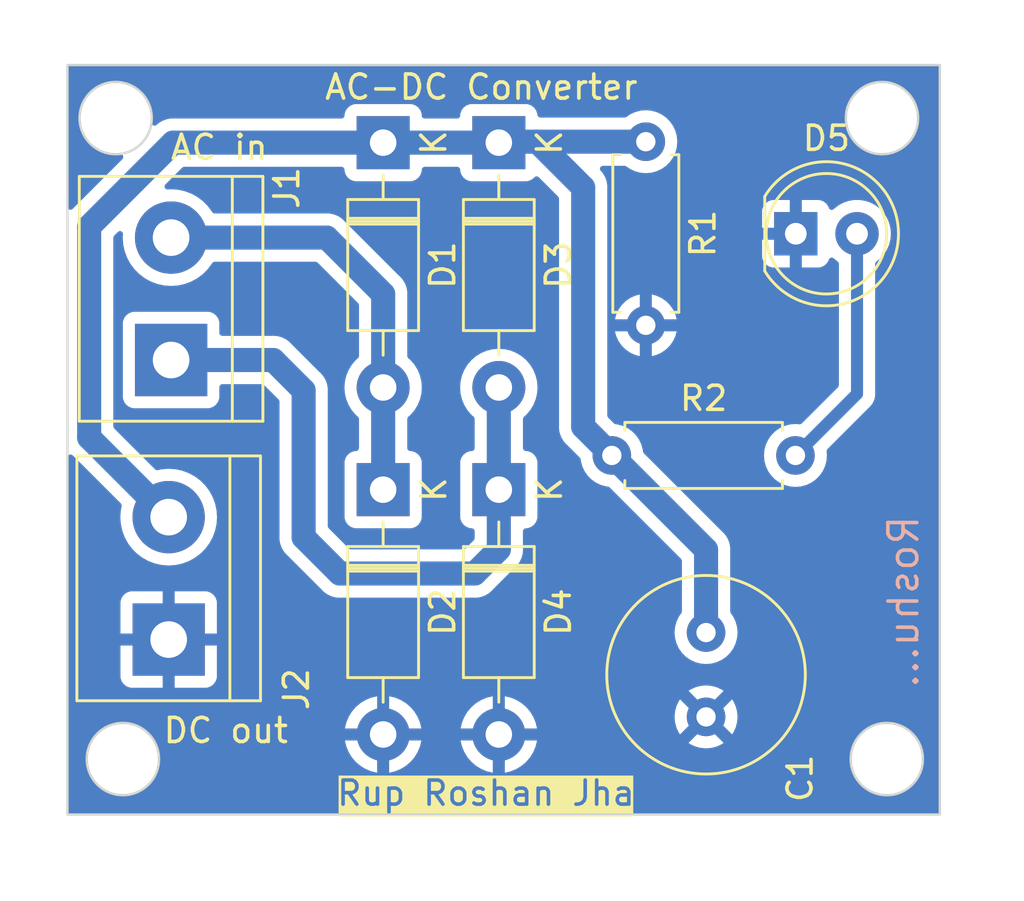
<source format=kicad_pcb>
(kicad_pcb (version 20241229) (generator "pcbnew") (generator_version "9.0")
  (layers (0 "F.Cu" signal) (2 "B.Cu" signal) (13 "F.Paste" user) (15 "B.Paste" user) (5 "F.SilkS" user "F.Silkscreen") (7 "B.SilkS" user "B.Silkscreen") (1 "F.Mask" user) (3 "B.Mask" user) (25 "Edge.Cuts" user))
  (net 0 "")
  (net 1 "/+VE")
  (net 2 "GND")
  (net 3 "Net-(D1-A)")
  (net 4 "Net-(D3-A)")
  (net 5 "Net-(D5-A)")
  (footprint "TerminalBlock:TerminalBlock_bornier-2_P5.08mm" (layer "F.Cu") (at 132.4 87.64 90)
    (property "Reference" "J1" (at 7.14 4.8 90) (layer "F.SilkS"))
    (property "Value" "Screw_Terminal_01x02")
    (fp_line (start 7.62 -3.81) (end -2.54 -3.81) (stroke (width 0.12)) (layer "F.SilkS"))
    (fp_line (start -2.54 -3.81) (end -2.54 3.81) (stroke (width 0.12)) (layer "F.SilkS"))
    (fp_line (start 7.62 2.54) (end -2.54 2.54) (stroke (width 0.12)) (layer "F.SilkS"))
    (fp_line (start 7.62 3.81) (end 7.62 -3.81) (stroke (width 0.12)) (layer "F.SilkS"))
    (fp_line (start -2.54 3.81) (end 7.62 3.81) (stroke (width 0.12)) (layer "F.SilkS"))
    (pad "1" thru_hole rect (at 0 0 90) (size 3 3) (drill 1.52) (layers "*.Cu" "*.Mask") (net 4 "Net-(D3-A)"))
    (pad "2" thru_hole circle (at 5.08 0 90) (size 3 3) (drill 1.52) (layers "*.Cu" "*.Mask") (net 3 "Net-(D1-A)"))
  )
  (footprint "Resistor_THT:R_Axial_DIN0207_L6.3mm_D2.5mm_P7.62mm_Horizontal" (layer "F.Cu") (at 152.1 78.58 -90)
    (property "Reference" "R1" (at 3.81 -2.37 90) (layer "F.SilkS"))
    (property "Value" "10K")
    (fp_line (start 0.54 1.37) (end 7.08 1.37) (stroke (width 0.12)) (layer "F.SilkS"))
    (fp_line (start 7.08 1.37) (end 7.08 1.04) (stroke (width 0.12)) (layer "F.SilkS"))
    (fp_line (start 0.54 1.04) (end 0.54 1.37) (stroke (width 0.12)) (layer "F.SilkS"))
    (fp_line (start 0.54 -1.04) (end 0.54 -1.37) (stroke (width 0.12)) (layer "F.SilkS"))
    (fp_line (start 0.54 -1.37) (end 7.08 -1.37) (stroke (width 0.12)) (layer "F.SilkS"))
    (fp_line (start 7.08 -1.37) (end 7.08 -1.04) (stroke (width 0.12)) (layer "F.SilkS"))
    (pad "1" thru_hole circle (at 0 0 270) (size 1.6 1.6) (drill 0.8) (layers "*.Cu" "*.Mask") (net 1 "/+VE"))
    (pad "2" thru_hole oval (at 7.62 0 270) (size 1.6 1.6) (drill 0.8) (layers "*.Cu" "*.Mask") (net 2 "GND"))
  )
  (footprint "Resistor_THT:R_Axial_DIN0207_L6.3mm_D2.5mm_P7.62mm_Horizontal" (layer "F.Cu") (at 150.69 91.6)
    (property "Reference" "R2" (at 3.81 -2.37 0) (layer "F.SilkS"))
    (property "Value" "2.2K")
    (fp_line (start 0.54 -1.37) (end 7.08 -1.37) (stroke (width 0.12)) (layer "F.SilkS"))
    (fp_line (start 0.54 -1.04) (end 0.54 -1.37) (stroke (width 0.12)) (layer "F.SilkS"))
    (fp_line (start 0.54 1.04) (end 0.54 1.37) (stroke (width 0.12)) (layer "F.SilkS"))
    (fp_line (start 0.54 1.37) (end 7.08 1.37) (stroke (width 0.12)) (layer "F.SilkS"))
    (fp_line (start 7.08 -1.37) (end 7.08 -1.04) (stroke (width 0.12)) (layer "F.SilkS"))
    (fp_line (start 7.08 1.37) (end 7.08 1.04) (stroke (width 0.12)) (layer "F.SilkS"))
    (pad "1" thru_hole circle (at 0 0) (size 1.6 1.6) (drill 0.8) (layers "*.Cu" "*.Mask") (net 1 "/+VE"))
    (pad "2" thru_hole oval (at 7.62 0) (size 1.6 1.6) (drill 0.8) (layers "*.Cu" "*.Mask") (net 5 "Net-(D5-A)"))
  )
  (footprint "LED_THT:LED_D5.0mm" (layer "F.Cu") (at 158.325 82.4)
    (property "Reference" "D5" (at 1.27 -3.96 0) (layer "F.SilkS"))
    (property "Value" "LED")
    (fp_line (start -1.29 -1.545) (end -1.29 1.545) (stroke (width 0.12)) (layer "F.SilkS"))
    (fp_arc (start -1.29 -1.54483) (mid 2.072002 -2.880433) (end 4.26 0.000462) (stroke (width 0.12)) (layer "F.SilkS"))
    (fp_arc (start 4.26 -0.000462) (mid 2.072002 2.880433) (end -1.29 1.54483) (stroke (width 0.12)) (layer "F.SilkS"))
    (fp_circle (center 1.27 0) (end 3.77 0) (stroke (width 0.12)) (fill no) (layer "F.SilkS"))
    (pad "1" thru_hole rect (at 0 0) (size 1.8 1.8) (drill 0.9) (layers "*.Cu" "*.Mask") (net 2 "GND"))
    (pad "2" thru_hole circle (at 2.54 0) (size 1.8 1.8) (drill 0.9) (layers "*.Cu" "*.Mask") (net 5 "Net-(D5-A)"))
  )
  (footprint "Diode_THT:D_DO-41_SOD81_P10.16mm_Horizontal" (layer "F.Cu") (at 146 93.02 -90)
    (property "Reference" "D4" (at 5.08 -2.47 90) (layer "F.SilkS"))
    (property "Value" "1N4007")
    (fp_line (start 2.36 1.47) (end 7.8 1.47) (stroke (width 0.12)) (layer "F.SilkS"))
    (fp_line (start 7.8 1.47) (end 7.8 -1.47) (stroke (width 0.12)) (layer "F.SilkS"))
    (fp_line (start 1.34 0) (end 2.36 0) (stroke (width 0.12)) (layer "F.SilkS"))
    (fp_line (start 8.82 0) (end 7.8 0) (stroke (width 0.12)) (layer "F.SilkS"))
    (fp_line (start 2.36 -1.47) (end 2.36 1.47) (stroke (width 0.12)) (layer "F.SilkS"))
    (fp_line (start 3.14 -1.47) (end 3.14 1.47) (stroke (width 0.12)) (layer "F.SilkS"))
    (fp_line (start 3.26 -1.47) (end 3.26 1.47) (stroke (width 0.12)) (layer "F.SilkS"))
    (fp_line (start 3.38 -1.47) (end 3.38 1.47) (stroke (width 0.12)) (layer "F.SilkS"))
    (fp_line (start 7.8 -1.47) (end 2.36 -1.47) (stroke (width 0.12)) (layer "F.SilkS"))
    (fp_text user "K" (at 0 -2.1 90) (layer "F.SilkS"))
    (pad "1" thru_hole rect (at 0 0 270) (size 2.2 2.2) (drill 1.1) (layers "*.Cu" "*.Mask") (net 4 "Net-(D3-A)"))
    (pad "2" thru_hole oval (at 10.16 0 270) (size 2.2 2.2) (drill 1.1) (layers "*.Cu" "*.Mask") (net 2 "GND"))
  )
  (footprint "Diode_THT:D_DO-41_SOD81_P10.16mm_Horizontal" (layer "F.Cu") (at 146 78.62 -90)
    (property "Reference" "D3" (at 5.08 -2.47 90) (layer "F.SilkS"))
    (property "Value" "1N4007")
    (fp_line (start 2.36 1.47) (end 7.8 1.47) (stroke (width 0.12)) (layer "F.SilkS"))
    (fp_line (start 7.8 1.47) (end 7.8 -1.47) (stroke (width 0.12)) (layer "F.SilkS"))
    (fp_line (start 1.34 0) (end 2.36 0) (stroke (width 0.12)) (layer "F.SilkS"))
    (fp_line (start 8.82 0) (end 7.8 0) (stroke (width 0.12)) (layer "F.SilkS"))
    (fp_line (start 2.36 -1.47) (end 2.36 1.47) (stroke (width 0.12)) (layer "F.SilkS"))
    (fp_line (start 3.14 -1.47) (end 3.14 1.47) (stroke (width 0.12)) (layer "F.SilkS"))
    (fp_line (start 3.26 -1.47) (end 3.26 1.47) (stroke (width 0.12)) (layer "F.SilkS"))
    (fp_line (start 3.38 -1.47) (end 3.38 1.47) (stroke (width 0.12)) (layer "F.SilkS"))
    (fp_line (start 7.8 -1.47) (end 2.36 -1.47) (stroke (width 0.12)) (layer "F.SilkS"))
    (fp_text user "K" (at 0 -2.1 90) (layer "F.SilkS"))
    (pad "1" thru_hole rect (at 0 0 270) (size 2.2 2.2) (drill 1.1) (layers "*.Cu" "*.Mask") (net 1 "/+VE"))
    (pad "2" thru_hole oval (at 10.16 0 270) (size 2.2 2.2) (drill 1.1) (layers "*.Cu" "*.Mask") (net 4 "Net-(D3-A)"))
  )
  (footprint "Capacitor_THT:C_Radial_D8.0mm_H11.5mm_P3.50mm" (layer "F.Cu") (at 154.6 98.95 -90)
    (property "Reference" "C1" (at 6.05 -3.9 90) (layer "F.SilkS"))
    (property "Value" "1000uF")
    (fp_circle (center 1.75 0) (end 5.87 0) (stroke (width 0.12)) (fill no) (layer "F.SilkS"))
    (pad "1" thru_hole circle (at 0 0 270) (size 1.6 1.6) (drill 0.8) (layers "*.Cu" "*.Mask") (net 1 "/+VE"))
    (pad "2" thru_hole circle (at 3.5 0 270) (size 1.6 1.6) (drill 0.8) (layers "*.Cu" "*.Mask") (net 2 "GND"))
  )
  (footprint "TerminalBlock:TerminalBlock_bornier-2_P5.08mm" (layer "F.Cu") (at 132.3 99.24 90)
    (property "Reference" "J2" (at -2.06 5.3 90) (layer "F.SilkS"))
    (property "Value" "Screw_Terminal_01x02")
    (fp_line (start 7.62 -3.81) (end -2.54 -3.81) (stroke (width 0.12)) (layer "F.SilkS"))
    (fp_line (start -2.54 -3.81) (end -2.54 3.81) (stroke (width 0.12)) (layer "F.SilkS"))
    (fp_line (start 7.62 2.54) (end -2.54 2.54) (stroke (width 0.12)) (layer "F.SilkS"))
    (fp_line (start 7.62 3.81) (end 7.62 -3.81) (stroke (width 0.12)) (layer "F.SilkS"))
    (fp_line (start -2.54 3.81) (end 7.62 3.81) (stroke (width 0.12)) (layer "F.SilkS"))
    (pad "1" thru_hole rect (at 0 0 90) (size 3 3) (drill 1.52) (layers "*.Cu" "*.Mask") (net 2 "GND"))
    (pad "2" thru_hole circle (at 5.08 0 90) (size 3 3) (drill 1.52) (layers "*.Cu" "*.Mask") (net 1 "/+VE"))
  )
  (footprint "Diode_THT:D_DO-41_SOD81_P10.16mm_Horizontal" (layer "F.Cu") (at 141.2 93.02 -90)
    (property "Reference" "D2" (at 5.08 -2.47 90) (layer "F.SilkS"))
    (property "Value" "1N4007")
    (fp_line (start 2.36 1.47) (end 7.8 1.47) (stroke (width 0.12)) (layer "F.SilkS"))
    (fp_line (start 7.8 1.47) (end 7.8 -1.47) (stroke (width 0.12)) (layer "F.SilkS"))
    (fp_line (start 1.34 0) (end 2.36 0) (stroke (width 0.12)) (layer "F.SilkS"))
    (fp_line (start 8.82 0) (end 7.8 0) (stroke (width 0.12)) (layer "F.SilkS"))
    (fp_line (start 2.36 -1.47) (end 2.36 1.47) (stroke (width 0.12)) (layer "F.SilkS"))
    (fp_line (start 3.14 -1.47) (end 3.14 1.47) (stroke (width 0.12)) (layer "F.SilkS"))
    (fp_line (start 3.26 -1.47) (end 3.26 1.47) (stroke (width 0.12)) (layer "F.SilkS"))
    (fp_line (start 3.38 -1.47) (end 3.38 1.47) (stroke (width 0.12)) (layer "F.SilkS"))
    (fp_line (start 7.8 -1.47) (end 2.36 -1.47) (stroke (width 0.12)) (layer "F.SilkS"))
    (fp_text user "K" (at 0 -2.1 90) (layer "F.SilkS"))
    (pad "1" thru_hole rect (at 0 0 270) (size 2.2 2.2) (drill 1.1) (layers "*.Cu" "*.Mask") (net 3 "Net-(D1-A)"))
    (pad "2" thru_hole oval (at 10.16 0 270) (size 2.2 2.2) (drill 1.1) (layers "*.Cu" "*.Mask") (net 2 "GND"))
  )
  (footprint "Diode_THT:D_DO-41_SOD81_P10.16mm_Horizontal" (layer "F.Cu") (at 141.2 78.62 -90)
    (property "Reference" "D1" (at 5.08 -2.47 90) (layer "F.SilkS"))
    (property "Value" "1N4007")
    (fp_line (start 2.36 1.47) (end 7.8 1.47) (stroke (width 0.12)) (layer "F.SilkS"))
    (fp_line (start 7.8 1.47) (end 7.8 -1.47) (stroke (width 0.12)) (layer "F.SilkS"))
    (fp_line (start 1.34 0) (end 2.36 0) (stroke (width 0.12)) (layer "F.SilkS"))
    (fp_line (start 8.82 0) (end 7.8 0) (stroke (width 0.12)) (layer "F.SilkS"))
    (fp_line (start 2.36 -1.47) (end 2.36 1.47) (stroke (width 0.12)) (layer "F.SilkS"))
    (fp_line (start 3.14 -1.47) (end 3.14 1.47) (stroke (width 0.12)) (layer "F.SilkS"))
    (fp_line (start 3.26 -1.47) (end 3.26 1.47) (stroke (width 0.12)) (layer "F.SilkS"))
    (fp_line (start 3.38 -1.47) (end 3.38 1.47) (stroke (width 0.12)) (layer "F.SilkS"))
    (fp_line (start 7.8 -1.47) (end 2.36 -1.47) (stroke (width 0.12)) (layer "F.SilkS"))
    (fp_text user "K" (at 0 -2.1 90) (layer "F.SilkS"))
    (pad "1" thru_hole rect (at 0 0 270) (size 2.2 2.2) (drill 1.1) (layers "*.Cu" "*.Mask") (net 1 "/+VE"))
    (pad "2" thru_hole oval (at 10.16 0 270) (size 2.2 2.2) (drill 1.1) (layers "*.Cu" "*.Mask") (net 3 "Net-(D1-A)"))
  )
  (gr_circle (center 161.9 77.6) (end 163.4 77.6) (stroke (width 0.1)) (fill no) (layer "Edge.Cuts"))
  (gr_rect (start 128.1 75.4) (end 164.3 106.5) (stroke (width 0.1)) (fill no) (layer "Edge.Cuts"))
  (gr_circle (center 130.1 77.6) (end 131.6 77.6) (stroke (width 0.1)) (fill no) (layer "Edge.Cuts"))
  (gr_circle (center 130.4 104.2) (end 131.9 104.2) (stroke (width 0.1)) (fill no) (layer "Edge.Cuts"))
  (gr_circle (center 162.1 104.2) (end 163.6 104.2) (stroke (width 0.1)) (fill no) (layer "Edge.Cuts"))
  (gr_text "AC-DC Converter" (at 138.7 76.9 0) (layer "F.SilkS") (effects (font (size 1 1)) (justify left bottom)))
  (gr_text "AC in" (at 132.3 79.4 0) (layer "F.SilkS") (effects (font (size 1 1)) (justify left bottom)))
  (gr_text "DC out" (at 132 103.6 0) (layer "F.SilkS") (effects (font (size 1 1)) (justify left bottom)))
  (gr_text "Rup Roshan Jha" (at 139.2 106.2 0) (layer "F.SilkS" knockout) (effects (font (size 1 1)) (justify left bottom)))
  (gr_text "Roshu..." (at 163.5 94 90) (layer "B.SilkS") (effects (font (size 1.2 1.2)) (justify left bottom mirror)))
  (segment (start 154.6 95.51) (end 150.69 91.6) (width 1) (layer "B.Cu") (net 1))
  (segment (start 129 90.86) (end 129 82.1) (width 1) (layer "B.Cu") (net 1))
  (segment (start 147.6 78.58) (end 146.04 78.58) (width 1) (layer "B.Cu") (net 1))
  (segment (start 152.1 78.58) (end 147.6 78.58) (width 1) (layer "B.Cu") (net 1))
  (segment (start 129 82.1) (end 132.48 78.62) (width 1) (layer "B.Cu") (net 1))
  (segment (start 149.5 80.48) (end 147.6 78.58) (width 1) (layer "B.Cu") (net 1))
  (segment (start 132.48 78.62) (end 141.2 78.62) (width 1) (layer "B.Cu") (net 1))
  (segment (start 154.6 98.95) (end 154.6 95.51) (width 1) (layer "B.Cu") (net 1))
  (segment (start 146 78.62) (end 141.2 78.62) (width 1) (layer "B.Cu") (net 1))
  (segment (start 146.04 78.58) (end 146 78.62) (width 1) (layer "B.Cu") (net 1))
  (segment (start 149.5 90.41) (end 149.5 80.48) (width 1) (layer "B.Cu") (net 1))
  (segment (start 150.69 91.6) (end 149.5 90.41) (width 1) (layer "B.Cu") (net 1))
  (segment (start 132.3 94.16) (end 129 90.86) (width 1) (layer "B.Cu") (net 1))
  (segment (start 138.86 82.56) (end 141.2 84.9) (width 1) (layer "B.Cu") (net 3))
  (segment (start 132.4 82.56) (end 138.86 82.56) (width 1) (layer "B.Cu") (net 3))
  (segment (start 141.2 93.02) (end 141.2 88.78) (width 1) (layer "B.Cu") (net 3))
  (segment (start 141.2 84.9) (end 141.2 88.78) (width 1) (layer "B.Cu") (net 3))
  (segment (start 146 93.02) (end 146 88.78) (width 1) (layer "B.Cu") (net 4))
  (segment (start 137.9 88.9) (end 137.9 95) (width 1) (layer "B.Cu") (net 4))
  (segment (start 132.4 87.64) (end 136.64 87.64) (width 1) (layer "B.Cu") (net 4))
  (segment (start 137.9 95) (end 139.4 96.5) (width 1) (layer "B.Cu") (net 4))
  (segment (start 145 96.5) (end 146 95.5) (width 1) (layer "B.Cu") (net 4))
  (segment (start 139.4 96.5) (end 145 96.5) (width 1) (layer "B.Cu") (net 4))
  (segment (start 136.64 87.64) (end 137.9 88.9) (width 1) (layer "B.Cu") (net 4))
  (segment (start 146 95.5) (end 146 93.02) (width 1) (layer "B.Cu") (net 4))
  (segment (start 160.865 89.045) (end 158.31 91.6) (width 0.5) (layer "B.Cu") (net 5))
  (segment (start 160.865 82.4) (end 160.865 89.045) (width 0.5) (layer "B.Cu") (net 5))
  (zone (net 2) (net_name "GND") (layer "B.Cu") (connect_pads (clearance 0.5)) (min_thickness 0.25) (fill yes (thermal_gap 0.5) (thermal_bridge_width 0.5))
    (polygon (pts (xy 125.3 72.9) (xy 167.3 72.7) (xy 167.8 109.9) (xy 126.1 110.1) (xy 125.4 72.7)))
  )
)
</source>
